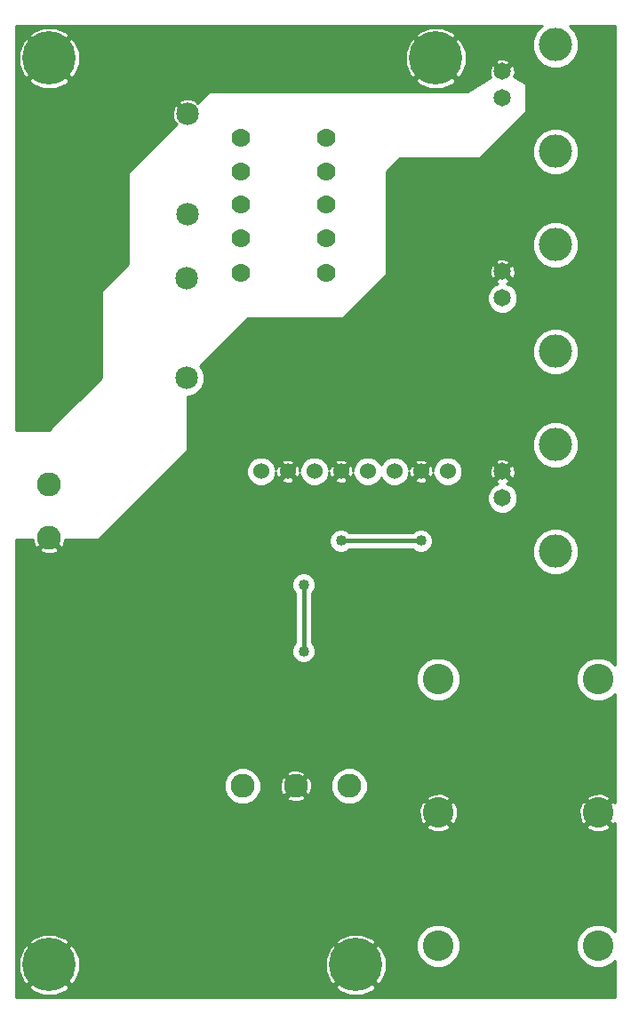
<source format=gbr>
G04 #@! TF.FileFunction,Copper,L2,Bot,Signal*
%FSLAX46Y46*%
G04 Gerber Fmt 4.6, Leading zero omitted, Abs format (unit mm)*
G04 Created by KiCad (PCBNEW (after 2015-mar-04 BZR unknown)-product) date 5/4/2015 11:29:17 AM*
%MOMM*%
G01*
G04 APERTURE LIST*
%ADD10C,0.101600*%
%ADD11C,5.080000*%
%ADD12C,2.286000*%
%ADD13C,2.159000*%
%ADD14C,1.778000*%
%ADD15C,3.175000*%
%ADD16C,1.651000*%
%ADD17C,1.524000*%
%ADD18C,2.921000*%
%ADD19C,1.016000*%
%ADD20C,0.381000*%
%ADD21C,0.254000*%
G04 APERTURE END LIST*
D10*
D11*
X66040000Y-29210000D03*
X29210000Y-29210000D03*
X58420000Y-115570000D03*
D12*
X29210000Y-69850000D03*
D11*
X29210000Y-115570000D03*
D12*
X29210000Y-74930000D03*
D13*
X42418000Y-34544000D03*
X42418000Y-44069000D03*
X42291000Y-50165000D03*
X42291000Y-59690000D03*
D14*
X47498000Y-36830000D03*
X55626000Y-36830000D03*
X47498000Y-40005000D03*
X55626000Y-40005000D03*
X55626000Y-43180000D03*
X47498000Y-43180000D03*
X55626000Y-46355000D03*
X47498000Y-46355000D03*
X55626000Y-49657000D03*
X47498000Y-49657000D03*
D15*
X77470000Y-38100000D03*
D16*
X72390000Y-33020000D03*
X72390000Y-30480000D03*
D15*
X77470000Y-27940000D03*
X77470000Y-57150000D03*
D16*
X72390000Y-52070000D03*
X72390000Y-49530000D03*
D15*
X77470000Y-46990000D03*
X77470000Y-76200000D03*
D16*
X72390000Y-71120000D03*
X72390000Y-68580000D03*
D15*
X77470000Y-66040000D03*
D17*
X49403000Y-68580000D03*
X51943000Y-68580000D03*
X54483000Y-68580000D03*
X57023000Y-68580000D03*
X59563000Y-68580000D03*
X62103000Y-68580000D03*
X64643000Y-68580000D03*
X67183000Y-68580000D03*
D12*
X47625000Y-98552000D03*
X52705000Y-98552000D03*
X57785000Y-98552000D03*
D18*
X81534000Y-88392000D03*
X66294000Y-88392000D03*
X81534000Y-101092000D03*
X66294000Y-101092000D03*
X81534000Y-113792000D03*
X66294000Y-113792000D03*
D19*
X61214000Y-84963000D03*
X61214000Y-90678000D03*
X70358000Y-78105000D03*
X57023000Y-75184000D03*
X64643000Y-75184000D03*
X53467000Y-85725000D03*
X53467000Y-79375000D03*
D20*
X64643000Y-75184000D02*
X57023000Y-75184000D01*
X53467000Y-85725000D02*
X53467000Y-85725000D01*
X53467000Y-85725000D02*
X53467000Y-85725000D01*
X53467000Y-85725000D02*
X53467000Y-79375000D01*
D21*
G36*
X83121500Y-118681500D02*
X73850753Y-118681500D01*
X73850753Y-70830763D01*
X73850753Y-51780763D01*
X73628874Y-51243774D01*
X73609405Y-51224270D01*
X73609405Y-49692145D01*
X73578633Y-49213156D01*
X73454533Y-48913552D01*
X73277249Y-48822357D01*
X73097643Y-49001962D01*
X73097643Y-48642751D01*
X73006448Y-48465467D01*
X72552145Y-48310595D01*
X72073156Y-48341367D01*
X71773552Y-48465467D01*
X71682357Y-48642751D01*
X72390000Y-49350395D01*
X73097643Y-48642751D01*
X73097643Y-49001962D01*
X72569605Y-49530000D01*
X73277249Y-50237643D01*
X73454533Y-50146448D01*
X73609405Y-49692145D01*
X73609405Y-51224270D01*
X73218387Y-50832570D01*
X72825566Y-50669456D01*
X73006448Y-50594533D01*
X73097643Y-50417249D01*
X72390000Y-49709605D01*
X72210395Y-49889210D01*
X72210395Y-49530000D01*
X71502751Y-48822357D01*
X71325467Y-48913552D01*
X71170595Y-49367855D01*
X71201367Y-49846844D01*
X71325467Y-50146448D01*
X71502751Y-50237643D01*
X72210395Y-49530000D01*
X72210395Y-49889210D01*
X71682357Y-50417249D01*
X71773552Y-50594533D01*
X71972353Y-50662304D01*
X71563774Y-50831126D01*
X71152570Y-51241613D01*
X70929754Y-51778214D01*
X70929247Y-52359237D01*
X71151126Y-52896226D01*
X71561613Y-53307430D01*
X72098214Y-53530246D01*
X72679237Y-53530753D01*
X73216226Y-53308874D01*
X73627430Y-52898387D01*
X73850246Y-52361786D01*
X73850753Y-51780763D01*
X73850753Y-70830763D01*
X73628874Y-70293774D01*
X73609405Y-70274270D01*
X73609405Y-68742145D01*
X73578633Y-68263156D01*
X73454533Y-67963552D01*
X73277249Y-67872357D01*
X73097643Y-68051962D01*
X73097643Y-67692751D01*
X73006448Y-67515467D01*
X72552145Y-67360595D01*
X72073156Y-67391367D01*
X71773552Y-67515467D01*
X71682357Y-67692751D01*
X72390000Y-68400395D01*
X73097643Y-67692751D01*
X73097643Y-68051962D01*
X72569605Y-68580000D01*
X73277249Y-69287643D01*
X73454533Y-69196448D01*
X73609405Y-68742145D01*
X73609405Y-70274270D01*
X73218387Y-69882570D01*
X72825566Y-69719456D01*
X73006448Y-69644533D01*
X73097643Y-69467249D01*
X72390000Y-68759605D01*
X72210395Y-68939210D01*
X72210395Y-68580000D01*
X71502751Y-67872357D01*
X71325467Y-67963552D01*
X71170595Y-68417855D01*
X71201367Y-68896844D01*
X71325467Y-69196448D01*
X71502751Y-69287643D01*
X72210395Y-68580000D01*
X72210395Y-68939210D01*
X71682357Y-69467249D01*
X71773552Y-69644533D01*
X71972353Y-69712304D01*
X71563774Y-69881126D01*
X71152570Y-70291613D01*
X70929754Y-70828214D01*
X70929247Y-71409237D01*
X71151126Y-71946226D01*
X71561613Y-72357430D01*
X72098214Y-72580246D01*
X72679237Y-72580753D01*
X73216226Y-72358874D01*
X73627430Y-71948387D01*
X73850246Y-71411786D01*
X73850753Y-70830763D01*
X73850753Y-118681500D01*
X68580242Y-118681500D01*
X68580242Y-68303339D01*
X68368010Y-67789697D01*
X67975370Y-67396371D01*
X67462100Y-67183243D01*
X66906339Y-67182758D01*
X66392697Y-67394990D01*
X65999371Y-67787630D01*
X65786243Y-68300900D01*
X65786033Y-68540513D01*
X65767322Y-68273343D01*
X65654856Y-68001824D01*
X65484160Y-67918445D01*
X65304555Y-68098050D01*
X65304555Y-67738840D01*
X65221176Y-67568144D01*
X64789945Y-67423909D01*
X64336343Y-67455678D01*
X64064824Y-67568144D01*
X63981445Y-67738840D01*
X64643000Y-68400395D01*
X65304555Y-67738840D01*
X65304555Y-68098050D01*
X64822605Y-68580000D01*
X65484160Y-69241555D01*
X65654856Y-69158176D01*
X65785836Y-68766572D01*
X65785758Y-68856661D01*
X65997990Y-69370303D01*
X66390630Y-69763629D01*
X66903900Y-69976757D01*
X67459661Y-69977242D01*
X67973303Y-69765010D01*
X68366629Y-69372370D01*
X68579757Y-68859100D01*
X68580242Y-68303339D01*
X68580242Y-118681500D01*
X68389863Y-118681500D01*
X68389863Y-113377008D01*
X68389863Y-87977008D01*
X68071514Y-87206545D01*
X67482555Y-86616558D01*
X66712649Y-86296865D01*
X65879008Y-86296137D01*
X65786198Y-86334485D01*
X65786198Y-74957641D01*
X65612554Y-74537388D01*
X65304555Y-74228852D01*
X65304555Y-69421160D01*
X64643000Y-68759605D01*
X64463395Y-68939210D01*
X64463395Y-68580000D01*
X63801840Y-67918445D01*
X63631144Y-68001824D01*
X63500163Y-68393427D01*
X63500242Y-68303339D01*
X63288010Y-67789697D01*
X62895370Y-67396371D01*
X62382100Y-67183243D01*
X61826339Y-67182758D01*
X61312697Y-67394990D01*
X60919371Y-67787630D01*
X60833050Y-67995512D01*
X60748010Y-67789697D01*
X60355370Y-67396371D01*
X59842100Y-67183243D01*
X59286339Y-67182758D01*
X58772697Y-67394990D01*
X58379371Y-67787630D01*
X58166243Y-68300900D01*
X58166033Y-68540513D01*
X58147322Y-68273343D01*
X58034856Y-68001824D01*
X57864160Y-67918445D01*
X57684555Y-68098050D01*
X57684555Y-67738840D01*
X57601176Y-67568144D01*
X57169945Y-67423909D01*
X56716343Y-67455678D01*
X56444824Y-67568144D01*
X56361445Y-67738840D01*
X57023000Y-68400395D01*
X57684555Y-67738840D01*
X57684555Y-68098050D01*
X57202605Y-68580000D01*
X57864160Y-69241555D01*
X58034856Y-69158176D01*
X58165836Y-68766572D01*
X58165758Y-68856661D01*
X58377990Y-69370303D01*
X58770630Y-69763629D01*
X59283900Y-69976757D01*
X59839661Y-69977242D01*
X60353303Y-69765010D01*
X60746629Y-69372370D01*
X60832949Y-69164487D01*
X60917990Y-69370303D01*
X61310630Y-69763629D01*
X61823900Y-69976757D01*
X62379661Y-69977242D01*
X62893303Y-69765010D01*
X63286629Y-69372370D01*
X63499757Y-68859100D01*
X63499966Y-68619486D01*
X63518678Y-68886657D01*
X63631144Y-69158176D01*
X63801840Y-69241555D01*
X64463395Y-68580000D01*
X64463395Y-68939210D01*
X63981445Y-69421160D01*
X64064824Y-69591856D01*
X64496055Y-69736091D01*
X64949657Y-69704322D01*
X65221176Y-69591856D01*
X65304555Y-69421160D01*
X65304555Y-74228852D01*
X65291303Y-74215577D01*
X64871354Y-74041199D01*
X64416641Y-74040802D01*
X63996388Y-74214446D01*
X63852082Y-74358500D01*
X57813977Y-74358500D01*
X57684555Y-74228852D01*
X57684555Y-69421160D01*
X57023000Y-68759605D01*
X56843395Y-68939210D01*
X56843395Y-68580000D01*
X56181840Y-67918445D01*
X56011144Y-68001824D01*
X55880163Y-68393427D01*
X55880242Y-68303339D01*
X55668010Y-67789697D01*
X55275370Y-67396371D01*
X54762100Y-67183243D01*
X54206339Y-67182758D01*
X53692697Y-67394990D01*
X53299371Y-67787630D01*
X53086243Y-68300900D01*
X53086033Y-68540513D01*
X53067322Y-68273343D01*
X52954856Y-68001824D01*
X52784160Y-67918445D01*
X52604555Y-68098050D01*
X52604555Y-67738840D01*
X52521176Y-67568144D01*
X52089945Y-67423909D01*
X51636343Y-67455678D01*
X51364824Y-67568144D01*
X51281445Y-67738840D01*
X51943000Y-68400395D01*
X52604555Y-67738840D01*
X52604555Y-68098050D01*
X52122605Y-68580000D01*
X52784160Y-69241555D01*
X52954856Y-69158176D01*
X53085836Y-68766572D01*
X53085758Y-68856661D01*
X53297990Y-69370303D01*
X53690630Y-69763629D01*
X54203900Y-69976757D01*
X54759661Y-69977242D01*
X55273303Y-69765010D01*
X55666629Y-69372370D01*
X55879757Y-68859100D01*
X55879966Y-68619486D01*
X55898678Y-68886657D01*
X56011144Y-69158176D01*
X56181840Y-69241555D01*
X56843395Y-68580000D01*
X56843395Y-68939210D01*
X56361445Y-69421160D01*
X56444824Y-69591856D01*
X56876055Y-69736091D01*
X57329657Y-69704322D01*
X57601176Y-69591856D01*
X57684555Y-69421160D01*
X57684555Y-74228852D01*
X57671303Y-74215577D01*
X57251354Y-74041199D01*
X56796641Y-74040802D01*
X56376388Y-74214446D01*
X56054577Y-74535697D01*
X55880199Y-74955646D01*
X55879802Y-75410359D01*
X56053446Y-75830612D01*
X56374697Y-76152423D01*
X56794646Y-76326801D01*
X57249359Y-76327198D01*
X57669612Y-76153554D01*
X57813917Y-76009500D01*
X63852022Y-76009500D01*
X63994697Y-76152423D01*
X64414646Y-76326801D01*
X64869359Y-76327198D01*
X65289612Y-76153554D01*
X65611423Y-75832303D01*
X65785801Y-75412354D01*
X65786198Y-74957641D01*
X65786198Y-86334485D01*
X65108545Y-86614486D01*
X64518558Y-87203445D01*
X64198865Y-87973351D01*
X64198137Y-88806992D01*
X64516486Y-89577455D01*
X65105445Y-90167442D01*
X65875351Y-90487135D01*
X66708992Y-90487863D01*
X67479455Y-90169514D01*
X68069442Y-89580555D01*
X68389135Y-88810649D01*
X68389863Y-87977008D01*
X68389863Y-113377008D01*
X68145166Y-112784796D01*
X68145166Y-101405817D01*
X68124347Y-100673518D01*
X67884162Y-100093661D01*
X67640895Y-99924710D01*
X67461290Y-100104315D01*
X67461290Y-99745105D01*
X67292339Y-99501838D01*
X66607817Y-99240834D01*
X65875518Y-99261653D01*
X65295661Y-99501838D01*
X65126710Y-99745105D01*
X66294000Y-100912395D01*
X67461290Y-99745105D01*
X67461290Y-100104315D01*
X66473605Y-101092000D01*
X67640895Y-102259290D01*
X67884162Y-102090339D01*
X68145166Y-101405817D01*
X68145166Y-112784796D01*
X68071514Y-112606545D01*
X67482555Y-112016558D01*
X67461290Y-112007727D01*
X67461290Y-102438895D01*
X66294000Y-101271605D01*
X66114395Y-101451210D01*
X66114395Y-101092000D01*
X64947105Y-99924710D01*
X64703838Y-100093661D01*
X64442834Y-100778183D01*
X64463653Y-101510482D01*
X64703838Y-102090339D01*
X64947105Y-102259290D01*
X66114395Y-101092000D01*
X66114395Y-101451210D01*
X65126710Y-102438895D01*
X65295661Y-102682162D01*
X65980183Y-102943166D01*
X66712482Y-102922347D01*
X67292339Y-102682162D01*
X67461290Y-102438895D01*
X67461290Y-112007727D01*
X66712649Y-111696865D01*
X65879008Y-111696137D01*
X65108545Y-112014486D01*
X64518558Y-112603445D01*
X64198865Y-113373351D01*
X64198137Y-114206992D01*
X64516486Y-114977455D01*
X65105445Y-115567442D01*
X65875351Y-115887135D01*
X66708992Y-115887863D01*
X67479455Y-115569514D01*
X68069442Y-114980555D01*
X68389135Y-114210649D01*
X68389863Y-113377008D01*
X68389863Y-118681500D01*
X61342951Y-118681500D01*
X61342951Y-116141129D01*
X61339017Y-114979090D01*
X60901892Y-113923780D01*
X60546395Y-113623210D01*
X60366790Y-113802815D01*
X60366790Y-113443605D01*
X60066220Y-113088108D01*
X59563308Y-112881786D01*
X59563308Y-98199886D01*
X59293194Y-97546160D01*
X58793471Y-97045564D01*
X58140218Y-96774309D01*
X57432886Y-96773692D01*
X56779160Y-97043806D01*
X56278564Y-97543529D01*
X56007309Y-98196782D01*
X56006692Y-98904114D01*
X56276806Y-99557840D01*
X56776529Y-100058436D01*
X57429782Y-100329691D01*
X58137114Y-100330308D01*
X58790840Y-100060194D01*
X59291436Y-99560471D01*
X59562691Y-98907218D01*
X59563308Y-98199886D01*
X59563308Y-112881786D01*
X58991129Y-112647049D01*
X57829090Y-112650983D01*
X56773780Y-113088108D01*
X56473210Y-113443605D01*
X58420000Y-115390395D01*
X60366790Y-113443605D01*
X60366790Y-113802815D01*
X58599605Y-115570000D01*
X60546395Y-117516790D01*
X60901892Y-117216220D01*
X61342951Y-116141129D01*
X61342951Y-118681500D01*
X60366790Y-118681500D01*
X60366790Y-117696395D01*
X58420000Y-115749605D01*
X58240395Y-115929210D01*
X58240395Y-115570000D01*
X56293605Y-113623210D01*
X55938108Y-113923780D01*
X55497049Y-114998871D01*
X55500983Y-116160910D01*
X55938108Y-117216220D01*
X56293605Y-117516790D01*
X58240395Y-115570000D01*
X58240395Y-115929210D01*
X56473210Y-117696395D01*
X56773780Y-118051892D01*
X57848871Y-118492951D01*
X59010910Y-118489017D01*
X60066220Y-118051892D01*
X60366790Y-117696395D01*
X60366790Y-118681500D01*
X54610198Y-118681500D01*
X54610198Y-85498641D01*
X54436554Y-85078388D01*
X54292500Y-84934082D01*
X54292500Y-80165977D01*
X54435423Y-80023303D01*
X54609801Y-79603354D01*
X54610198Y-79148641D01*
X54436554Y-78728388D01*
X54115303Y-78406577D01*
X53695354Y-78232199D01*
X53240641Y-78231802D01*
X52820388Y-78405446D01*
X52604555Y-78620903D01*
X52604555Y-69421160D01*
X51943000Y-68759605D01*
X51763395Y-68939210D01*
X51763395Y-68580000D01*
X51101840Y-67918445D01*
X50931144Y-68001824D01*
X50800163Y-68393427D01*
X50800242Y-68303339D01*
X50588010Y-67789697D01*
X50195370Y-67396371D01*
X49682100Y-67183243D01*
X49126339Y-67182758D01*
X48612697Y-67394990D01*
X48219371Y-67787630D01*
X48006243Y-68300900D01*
X48005758Y-68856661D01*
X48217990Y-69370303D01*
X48610630Y-69763629D01*
X49123900Y-69976757D01*
X49679661Y-69977242D01*
X50193303Y-69765010D01*
X50586629Y-69372370D01*
X50799757Y-68859100D01*
X50799966Y-68619486D01*
X50818678Y-68886657D01*
X50931144Y-69158176D01*
X51101840Y-69241555D01*
X51763395Y-68580000D01*
X51763395Y-68939210D01*
X51281445Y-69421160D01*
X51364824Y-69591856D01*
X51796055Y-69736091D01*
X52249657Y-69704322D01*
X52521176Y-69591856D01*
X52604555Y-69421160D01*
X52604555Y-78620903D01*
X52498577Y-78726697D01*
X52324199Y-79146646D01*
X52323802Y-79601359D01*
X52497446Y-80021612D01*
X52641500Y-80165917D01*
X52641500Y-84934022D01*
X52498577Y-85076697D01*
X52324199Y-85496646D01*
X52323802Y-85951359D01*
X52497446Y-86371612D01*
X52818697Y-86693423D01*
X53238646Y-86867801D01*
X53693359Y-86868198D01*
X54113612Y-86694554D01*
X54435423Y-86373303D01*
X54609801Y-85953354D01*
X54610198Y-85498641D01*
X54610198Y-118681500D01*
X54240516Y-118681500D01*
X54240516Y-98790035D01*
X54214723Y-98184300D01*
X54032539Y-97744467D01*
X53822277Y-97614328D01*
X53642672Y-97793933D01*
X53642672Y-97434723D01*
X53512533Y-97224461D01*
X52943035Y-97016484D01*
X52337300Y-97042277D01*
X51897467Y-97224461D01*
X51767328Y-97434723D01*
X52705000Y-98372395D01*
X53642672Y-97434723D01*
X53642672Y-97793933D01*
X52884605Y-98552000D01*
X53822277Y-99489672D01*
X54032539Y-99359533D01*
X54240516Y-98790035D01*
X54240516Y-118681500D01*
X53642672Y-118681500D01*
X53642672Y-99669277D01*
X52705000Y-98731605D01*
X52525395Y-98911210D01*
X52525395Y-98552000D01*
X51587723Y-97614328D01*
X51377461Y-97744467D01*
X51169484Y-98313965D01*
X51195277Y-98919700D01*
X51377461Y-99359533D01*
X51587723Y-99489672D01*
X52525395Y-98552000D01*
X52525395Y-98911210D01*
X51767328Y-99669277D01*
X51897467Y-99879539D01*
X52466965Y-100087516D01*
X53072700Y-100061723D01*
X53512533Y-99879539D01*
X53642672Y-99669277D01*
X53642672Y-118681500D01*
X49403308Y-118681500D01*
X49403308Y-98199886D01*
X49133194Y-97546160D01*
X48633471Y-97045564D01*
X47980218Y-96774309D01*
X47272886Y-96773692D01*
X46619160Y-97043806D01*
X46118564Y-97543529D01*
X45847309Y-98196782D01*
X45846692Y-98904114D01*
X46116806Y-99557840D01*
X46616529Y-100058436D01*
X47269782Y-100329691D01*
X47977114Y-100330308D01*
X48630840Y-100060194D01*
X49131436Y-99560471D01*
X49402691Y-98907218D01*
X49403308Y-98199886D01*
X49403308Y-118681500D01*
X32132951Y-118681500D01*
X32132951Y-116141129D01*
X32129017Y-114979090D01*
X31691892Y-113923780D01*
X31336395Y-113623210D01*
X31156790Y-113802815D01*
X31156790Y-113443605D01*
X30856220Y-113088108D01*
X30147672Y-112797424D01*
X30147672Y-76047277D01*
X29210000Y-75109605D01*
X28272328Y-76047277D01*
X28402467Y-76257539D01*
X28971965Y-76465516D01*
X29577700Y-76439723D01*
X30017533Y-76257539D01*
X30147672Y-76047277D01*
X30147672Y-112797424D01*
X29781129Y-112647049D01*
X28619090Y-112650983D01*
X27563780Y-113088108D01*
X27263210Y-113443605D01*
X29210000Y-115390395D01*
X31156790Y-113443605D01*
X31156790Y-113802815D01*
X29389605Y-115570000D01*
X31336395Y-117516790D01*
X31691892Y-117216220D01*
X32132951Y-116141129D01*
X32132951Y-118681500D01*
X31156790Y-118681500D01*
X31156790Y-117696395D01*
X29210000Y-115749605D01*
X29030395Y-115929210D01*
X29030395Y-115570000D01*
X27083605Y-113623210D01*
X26728108Y-113923780D01*
X26287049Y-114998871D01*
X26290983Y-116160910D01*
X26728108Y-117216220D01*
X27083605Y-117516790D01*
X29030395Y-115570000D01*
X29030395Y-115929210D01*
X27263210Y-117696395D01*
X27563780Y-118051892D01*
X28638871Y-118492951D01*
X29800910Y-118489017D01*
X30856220Y-118051892D01*
X31156790Y-117696395D01*
X31156790Y-118681500D01*
X26098500Y-118681500D01*
X26098500Y-75057000D01*
X27690027Y-75057000D01*
X27700277Y-75297700D01*
X27882461Y-75737533D01*
X28092723Y-75867672D01*
X28903395Y-75057000D01*
X29516604Y-75057000D01*
X30327277Y-75867672D01*
X30537539Y-75737533D01*
X30745516Y-75168035D01*
X30740787Y-75057000D01*
X33961605Y-75057000D01*
X42418000Y-66600605D01*
X42418000Y-61404611D01*
X42630539Y-61404797D01*
X43260917Y-61144330D01*
X43743635Y-60662454D01*
X44005202Y-60032531D01*
X44005797Y-59350461D01*
X43745330Y-58720083D01*
X43593059Y-58567545D01*
X48185605Y-53975000D01*
X57202605Y-53975000D01*
X61341000Y-49836605D01*
X61341000Y-40057605D01*
X62663605Y-38735000D01*
X70283605Y-38735000D01*
X74676000Y-34342605D01*
X74676000Y-31677363D01*
X73493604Y-30981835D01*
X73609405Y-30642145D01*
X73578633Y-30163156D01*
X73454533Y-29863552D01*
X73277249Y-29772357D01*
X73097643Y-29951962D01*
X73097643Y-29592751D01*
X73006448Y-29415467D01*
X72552145Y-29260595D01*
X72073156Y-29291367D01*
X71773552Y-29415467D01*
X71682357Y-29592751D01*
X72390000Y-30300395D01*
X73097643Y-29592751D01*
X73097643Y-29951962D01*
X72595856Y-30453748D01*
X72388523Y-30331788D01*
X72186502Y-30456108D01*
X71502751Y-29772357D01*
X71325467Y-29863552D01*
X71170595Y-30317855D01*
X71201367Y-30796844D01*
X71289002Y-31008415D01*
X69052054Y-32385000D01*
X68962951Y-32385000D01*
X68962951Y-29781129D01*
X68959017Y-28619090D01*
X68521892Y-27563780D01*
X68166395Y-27263210D01*
X67986790Y-27442815D01*
X67986790Y-27083605D01*
X67686220Y-26728108D01*
X66611129Y-26287049D01*
X65449090Y-26290983D01*
X64393780Y-26728108D01*
X64093210Y-27083605D01*
X66040000Y-29030395D01*
X67986790Y-27083605D01*
X67986790Y-27442815D01*
X66219605Y-29210000D01*
X68166395Y-31156790D01*
X68521892Y-30856220D01*
X68962951Y-29781129D01*
X68962951Y-32385000D01*
X67986790Y-32385000D01*
X67986790Y-31336395D01*
X66040000Y-29389605D01*
X65860395Y-29569210D01*
X65860395Y-29210000D01*
X63913605Y-27263210D01*
X63558108Y-27563780D01*
X63117049Y-28638871D01*
X63120983Y-29800910D01*
X63558108Y-30856220D01*
X63913605Y-31156790D01*
X65860395Y-29210000D01*
X65860395Y-29569210D01*
X64093210Y-31336395D01*
X64393780Y-31691892D01*
X65468871Y-32132951D01*
X66630910Y-32129017D01*
X67686220Y-31691892D01*
X67986790Y-31336395D01*
X67986790Y-32385000D01*
X44397395Y-32385000D01*
X43379399Y-33402993D01*
X43309706Y-33472685D01*
X43187344Y-33269024D01*
X42640869Y-33071660D01*
X42060465Y-33098447D01*
X41648656Y-33269024D01*
X41526292Y-33472687D01*
X42417999Y-34364394D01*
X42328197Y-34454197D01*
X42238394Y-34543999D01*
X41346687Y-33652292D01*
X41143024Y-33774656D01*
X40945660Y-34321131D01*
X40972447Y-34901535D01*
X41143024Y-35313344D01*
X41346685Y-35435706D01*
X41276993Y-35505399D01*
X36703000Y-40079395D01*
X36703000Y-48842395D01*
X34163000Y-51382395D01*
X34163000Y-59637395D01*
X32132951Y-61667444D01*
X32132951Y-29781129D01*
X32129017Y-28619090D01*
X31691892Y-27563780D01*
X31336395Y-27263210D01*
X31156790Y-27442815D01*
X31156790Y-27083605D01*
X30856220Y-26728108D01*
X29781129Y-26287049D01*
X28619090Y-26290983D01*
X27563780Y-26728108D01*
X27263210Y-27083605D01*
X29210000Y-29030395D01*
X31156790Y-27083605D01*
X31156790Y-27442815D01*
X29389605Y-29210000D01*
X31336395Y-31156790D01*
X31691892Y-30856220D01*
X32132951Y-29781129D01*
X32132951Y-61667444D01*
X31156790Y-62643605D01*
X31156790Y-31336395D01*
X29210000Y-29389605D01*
X29030395Y-29569210D01*
X29030395Y-29210000D01*
X27083605Y-27263210D01*
X26728108Y-27563780D01*
X26287049Y-28638871D01*
X26290983Y-29800910D01*
X26728108Y-30856220D01*
X27083605Y-31156790D01*
X29030395Y-29210000D01*
X29030395Y-29569210D01*
X27263210Y-31336395D01*
X27563780Y-31691892D01*
X28638871Y-32132951D01*
X29800910Y-32129017D01*
X30856220Y-31691892D01*
X31156790Y-31336395D01*
X31156790Y-62643605D01*
X29157395Y-64643000D01*
X26098500Y-64643000D01*
X26098500Y-26098500D01*
X76168881Y-26098500D01*
X75586955Y-26679411D01*
X75247887Y-27495978D01*
X75247115Y-28380143D01*
X75584758Y-29197300D01*
X76209411Y-29823045D01*
X77025978Y-30162113D01*
X77910143Y-30162885D01*
X78727300Y-29825242D01*
X79353045Y-29200589D01*
X79692113Y-28384022D01*
X79692885Y-27499857D01*
X79355242Y-26682700D01*
X78772061Y-26098500D01*
X83121500Y-26098500D01*
X83121500Y-87016199D01*
X82722555Y-86616558D01*
X81952649Y-86296865D01*
X81119008Y-86296137D01*
X80348545Y-86614486D01*
X79758558Y-87203445D01*
X79692885Y-87361603D01*
X79692885Y-75759857D01*
X79692885Y-65599857D01*
X79692885Y-56709857D01*
X79692885Y-46549857D01*
X79692885Y-37659857D01*
X79355242Y-36842700D01*
X78730589Y-36216955D01*
X77914022Y-35877887D01*
X77029857Y-35877115D01*
X76212700Y-36214758D01*
X75586955Y-36839411D01*
X75247887Y-37655978D01*
X75247115Y-38540143D01*
X75584758Y-39357300D01*
X76209411Y-39983045D01*
X77025978Y-40322113D01*
X77910143Y-40322885D01*
X78727300Y-39985242D01*
X79353045Y-39360589D01*
X79692113Y-38544022D01*
X79692885Y-37659857D01*
X79692885Y-46549857D01*
X79355242Y-45732700D01*
X78730589Y-45106955D01*
X77914022Y-44767887D01*
X77029857Y-44767115D01*
X76212700Y-45104758D01*
X75586955Y-45729411D01*
X75247887Y-46545978D01*
X75247115Y-47430143D01*
X75584758Y-48247300D01*
X76209411Y-48873045D01*
X77025978Y-49212113D01*
X77910143Y-49212885D01*
X78727300Y-48875242D01*
X79353045Y-48250589D01*
X79692113Y-47434022D01*
X79692885Y-46549857D01*
X79692885Y-56709857D01*
X79355242Y-55892700D01*
X78730589Y-55266955D01*
X77914022Y-54927887D01*
X77029857Y-54927115D01*
X76212700Y-55264758D01*
X75586955Y-55889411D01*
X75247887Y-56705978D01*
X75247115Y-57590143D01*
X75584758Y-58407300D01*
X76209411Y-59033045D01*
X77025978Y-59372113D01*
X77910143Y-59372885D01*
X78727300Y-59035242D01*
X79353045Y-58410589D01*
X79692113Y-57594022D01*
X79692885Y-56709857D01*
X79692885Y-65599857D01*
X79355242Y-64782700D01*
X78730589Y-64156955D01*
X77914022Y-63817887D01*
X77029857Y-63817115D01*
X76212700Y-64154758D01*
X75586955Y-64779411D01*
X75247887Y-65595978D01*
X75247115Y-66480143D01*
X75584758Y-67297300D01*
X76209411Y-67923045D01*
X77025978Y-68262113D01*
X77910143Y-68262885D01*
X78727300Y-67925242D01*
X79353045Y-67300589D01*
X79692113Y-66484022D01*
X79692885Y-65599857D01*
X79692885Y-75759857D01*
X79355242Y-74942700D01*
X78730589Y-74316955D01*
X77914022Y-73977887D01*
X77029857Y-73977115D01*
X76212700Y-74314758D01*
X75586955Y-74939411D01*
X75247887Y-75755978D01*
X75247115Y-76640143D01*
X75584758Y-77457300D01*
X76209411Y-78083045D01*
X77025978Y-78422113D01*
X77910143Y-78422885D01*
X78727300Y-78085242D01*
X79353045Y-77460589D01*
X79692113Y-76644022D01*
X79692885Y-75759857D01*
X79692885Y-87361603D01*
X79438865Y-87973351D01*
X79438137Y-88806992D01*
X79756486Y-89577455D01*
X80345445Y-90167442D01*
X81115351Y-90487135D01*
X81948992Y-90487863D01*
X82719455Y-90169514D01*
X83121500Y-89768169D01*
X83121500Y-100091812D01*
X82880895Y-99924710D01*
X82701290Y-100104315D01*
X82701290Y-99745105D01*
X82532339Y-99501838D01*
X81847817Y-99240834D01*
X81115518Y-99261653D01*
X80535661Y-99501838D01*
X80366710Y-99745105D01*
X81534000Y-100912395D01*
X82701290Y-99745105D01*
X82701290Y-100104315D01*
X81713605Y-101092000D01*
X82880895Y-102259290D01*
X83121500Y-102092187D01*
X83121500Y-112416199D01*
X82722555Y-112016558D01*
X82701290Y-112007727D01*
X82701290Y-102438895D01*
X81534000Y-101271605D01*
X81354395Y-101451210D01*
X81354395Y-101092000D01*
X80187105Y-99924710D01*
X79943838Y-100093661D01*
X79682834Y-100778183D01*
X79703653Y-101510482D01*
X79943838Y-102090339D01*
X80187105Y-102259290D01*
X81354395Y-101092000D01*
X81354395Y-101451210D01*
X80366710Y-102438895D01*
X80535661Y-102682162D01*
X81220183Y-102943166D01*
X81952482Y-102922347D01*
X82532339Y-102682162D01*
X82701290Y-102438895D01*
X82701290Y-112007727D01*
X81952649Y-111696865D01*
X81119008Y-111696137D01*
X80348545Y-112014486D01*
X79758558Y-112603445D01*
X79438865Y-113373351D01*
X79438137Y-114206992D01*
X79756486Y-114977455D01*
X80345445Y-115567442D01*
X81115351Y-115887135D01*
X81948992Y-115887863D01*
X82719455Y-115569514D01*
X83121500Y-115168169D01*
X83121500Y-118681500D01*
X83121500Y-118681500D01*
G37*
X83121500Y-118681500D02*
X73850753Y-118681500D01*
X73850753Y-70830763D01*
X73850753Y-51780763D01*
X73628874Y-51243774D01*
X73609405Y-51224270D01*
X73609405Y-49692145D01*
X73578633Y-49213156D01*
X73454533Y-48913552D01*
X73277249Y-48822357D01*
X73097643Y-49001962D01*
X73097643Y-48642751D01*
X73006448Y-48465467D01*
X72552145Y-48310595D01*
X72073156Y-48341367D01*
X71773552Y-48465467D01*
X71682357Y-48642751D01*
X72390000Y-49350395D01*
X73097643Y-48642751D01*
X73097643Y-49001962D01*
X72569605Y-49530000D01*
X73277249Y-50237643D01*
X73454533Y-50146448D01*
X73609405Y-49692145D01*
X73609405Y-51224270D01*
X73218387Y-50832570D01*
X72825566Y-50669456D01*
X73006448Y-50594533D01*
X73097643Y-50417249D01*
X72390000Y-49709605D01*
X72210395Y-49889210D01*
X72210395Y-49530000D01*
X71502751Y-48822357D01*
X71325467Y-48913552D01*
X71170595Y-49367855D01*
X71201367Y-49846844D01*
X71325467Y-50146448D01*
X71502751Y-50237643D01*
X72210395Y-49530000D01*
X72210395Y-49889210D01*
X71682357Y-50417249D01*
X71773552Y-50594533D01*
X71972353Y-50662304D01*
X71563774Y-50831126D01*
X71152570Y-51241613D01*
X70929754Y-51778214D01*
X70929247Y-52359237D01*
X71151126Y-52896226D01*
X71561613Y-53307430D01*
X72098214Y-53530246D01*
X72679237Y-53530753D01*
X73216226Y-53308874D01*
X73627430Y-52898387D01*
X73850246Y-52361786D01*
X73850753Y-51780763D01*
X73850753Y-70830763D01*
X73628874Y-70293774D01*
X73609405Y-70274270D01*
X73609405Y-68742145D01*
X73578633Y-68263156D01*
X73454533Y-67963552D01*
X73277249Y-67872357D01*
X73097643Y-68051962D01*
X73097643Y-67692751D01*
X73006448Y-67515467D01*
X72552145Y-67360595D01*
X72073156Y-67391367D01*
X71773552Y-67515467D01*
X71682357Y-67692751D01*
X72390000Y-68400395D01*
X73097643Y-67692751D01*
X73097643Y-68051962D01*
X72569605Y-68580000D01*
X73277249Y-69287643D01*
X73454533Y-69196448D01*
X73609405Y-68742145D01*
X73609405Y-70274270D01*
X73218387Y-69882570D01*
X72825566Y-69719456D01*
X73006448Y-69644533D01*
X73097643Y-69467249D01*
X72390000Y-68759605D01*
X72210395Y-68939210D01*
X72210395Y-68580000D01*
X71502751Y-67872357D01*
X71325467Y-67963552D01*
X71170595Y-68417855D01*
X71201367Y-68896844D01*
X71325467Y-69196448D01*
X71502751Y-69287643D01*
X72210395Y-68580000D01*
X72210395Y-68939210D01*
X71682357Y-69467249D01*
X71773552Y-69644533D01*
X71972353Y-69712304D01*
X71563774Y-69881126D01*
X71152570Y-70291613D01*
X70929754Y-70828214D01*
X70929247Y-71409237D01*
X71151126Y-71946226D01*
X71561613Y-72357430D01*
X72098214Y-72580246D01*
X72679237Y-72580753D01*
X73216226Y-72358874D01*
X73627430Y-71948387D01*
X73850246Y-71411786D01*
X73850753Y-70830763D01*
X73850753Y-118681500D01*
X68580242Y-118681500D01*
X68580242Y-68303339D01*
X68368010Y-67789697D01*
X67975370Y-67396371D01*
X67462100Y-67183243D01*
X66906339Y-67182758D01*
X66392697Y-67394990D01*
X65999371Y-67787630D01*
X65786243Y-68300900D01*
X65786033Y-68540513D01*
X65767322Y-68273343D01*
X65654856Y-68001824D01*
X65484160Y-67918445D01*
X65304555Y-68098050D01*
X65304555Y-67738840D01*
X65221176Y-67568144D01*
X64789945Y-67423909D01*
X64336343Y-67455678D01*
X64064824Y-67568144D01*
X63981445Y-67738840D01*
X64643000Y-68400395D01*
X65304555Y-67738840D01*
X65304555Y-68098050D01*
X64822605Y-68580000D01*
X65484160Y-69241555D01*
X65654856Y-69158176D01*
X65785836Y-68766572D01*
X65785758Y-68856661D01*
X65997990Y-69370303D01*
X66390630Y-69763629D01*
X66903900Y-69976757D01*
X67459661Y-69977242D01*
X67973303Y-69765010D01*
X68366629Y-69372370D01*
X68579757Y-68859100D01*
X68580242Y-68303339D01*
X68580242Y-118681500D01*
X68389863Y-118681500D01*
X68389863Y-113377008D01*
X68389863Y-87977008D01*
X68071514Y-87206545D01*
X67482555Y-86616558D01*
X66712649Y-86296865D01*
X65879008Y-86296137D01*
X65786198Y-86334485D01*
X65786198Y-74957641D01*
X65612554Y-74537388D01*
X65304555Y-74228852D01*
X65304555Y-69421160D01*
X64643000Y-68759605D01*
X64463395Y-68939210D01*
X64463395Y-68580000D01*
X63801840Y-67918445D01*
X63631144Y-68001824D01*
X63500163Y-68393427D01*
X63500242Y-68303339D01*
X63288010Y-67789697D01*
X62895370Y-67396371D01*
X62382100Y-67183243D01*
X61826339Y-67182758D01*
X61312697Y-67394990D01*
X60919371Y-67787630D01*
X60833050Y-67995512D01*
X60748010Y-67789697D01*
X60355370Y-67396371D01*
X59842100Y-67183243D01*
X59286339Y-67182758D01*
X58772697Y-67394990D01*
X58379371Y-67787630D01*
X58166243Y-68300900D01*
X58166033Y-68540513D01*
X58147322Y-68273343D01*
X58034856Y-68001824D01*
X57864160Y-67918445D01*
X57684555Y-68098050D01*
X57684555Y-67738840D01*
X57601176Y-67568144D01*
X57169945Y-67423909D01*
X56716343Y-67455678D01*
X56444824Y-67568144D01*
X56361445Y-67738840D01*
X57023000Y-68400395D01*
X57684555Y-67738840D01*
X57684555Y-68098050D01*
X57202605Y-68580000D01*
X57864160Y-69241555D01*
X58034856Y-69158176D01*
X58165836Y-68766572D01*
X58165758Y-68856661D01*
X58377990Y-69370303D01*
X58770630Y-69763629D01*
X59283900Y-69976757D01*
X59839661Y-69977242D01*
X60353303Y-69765010D01*
X60746629Y-69372370D01*
X60832949Y-69164487D01*
X60917990Y-69370303D01*
X61310630Y-69763629D01*
X61823900Y-69976757D01*
X62379661Y-69977242D01*
X62893303Y-69765010D01*
X63286629Y-69372370D01*
X63499757Y-68859100D01*
X63499966Y-68619486D01*
X63518678Y-68886657D01*
X63631144Y-69158176D01*
X63801840Y-69241555D01*
X64463395Y-68580000D01*
X64463395Y-68939210D01*
X63981445Y-69421160D01*
X64064824Y-69591856D01*
X64496055Y-69736091D01*
X64949657Y-69704322D01*
X65221176Y-69591856D01*
X65304555Y-69421160D01*
X65304555Y-74228852D01*
X65291303Y-74215577D01*
X64871354Y-74041199D01*
X64416641Y-74040802D01*
X63996388Y-74214446D01*
X63852082Y-74358500D01*
X57813977Y-74358500D01*
X57684555Y-74228852D01*
X57684555Y-69421160D01*
X57023000Y-68759605D01*
X56843395Y-68939210D01*
X56843395Y-68580000D01*
X56181840Y-67918445D01*
X56011144Y-68001824D01*
X55880163Y-68393427D01*
X55880242Y-68303339D01*
X55668010Y-67789697D01*
X55275370Y-67396371D01*
X54762100Y-67183243D01*
X54206339Y-67182758D01*
X53692697Y-67394990D01*
X53299371Y-67787630D01*
X53086243Y-68300900D01*
X53086033Y-68540513D01*
X53067322Y-68273343D01*
X52954856Y-68001824D01*
X52784160Y-67918445D01*
X52604555Y-68098050D01*
X52604555Y-67738840D01*
X52521176Y-67568144D01*
X52089945Y-67423909D01*
X51636343Y-67455678D01*
X51364824Y-67568144D01*
X51281445Y-67738840D01*
X51943000Y-68400395D01*
X52604555Y-67738840D01*
X52604555Y-68098050D01*
X52122605Y-68580000D01*
X52784160Y-69241555D01*
X52954856Y-69158176D01*
X53085836Y-68766572D01*
X53085758Y-68856661D01*
X53297990Y-69370303D01*
X53690630Y-69763629D01*
X54203900Y-69976757D01*
X54759661Y-69977242D01*
X55273303Y-69765010D01*
X55666629Y-69372370D01*
X55879757Y-68859100D01*
X55879966Y-68619486D01*
X55898678Y-68886657D01*
X56011144Y-69158176D01*
X56181840Y-69241555D01*
X56843395Y-68580000D01*
X56843395Y-68939210D01*
X56361445Y-69421160D01*
X56444824Y-69591856D01*
X56876055Y-69736091D01*
X57329657Y-69704322D01*
X57601176Y-69591856D01*
X57684555Y-69421160D01*
X57684555Y-74228852D01*
X57671303Y-74215577D01*
X57251354Y-74041199D01*
X56796641Y-74040802D01*
X56376388Y-74214446D01*
X56054577Y-74535697D01*
X55880199Y-74955646D01*
X55879802Y-75410359D01*
X56053446Y-75830612D01*
X56374697Y-76152423D01*
X56794646Y-76326801D01*
X57249359Y-76327198D01*
X57669612Y-76153554D01*
X57813917Y-76009500D01*
X63852022Y-76009500D01*
X63994697Y-76152423D01*
X64414646Y-76326801D01*
X64869359Y-76327198D01*
X65289612Y-76153554D01*
X65611423Y-75832303D01*
X65785801Y-75412354D01*
X65786198Y-74957641D01*
X65786198Y-86334485D01*
X65108545Y-86614486D01*
X64518558Y-87203445D01*
X64198865Y-87973351D01*
X64198137Y-88806992D01*
X64516486Y-89577455D01*
X65105445Y-90167442D01*
X65875351Y-90487135D01*
X66708992Y-90487863D01*
X67479455Y-90169514D01*
X68069442Y-89580555D01*
X68389135Y-88810649D01*
X68389863Y-87977008D01*
X68389863Y-113377008D01*
X68145166Y-112784796D01*
X68145166Y-101405817D01*
X68124347Y-100673518D01*
X67884162Y-100093661D01*
X67640895Y-99924710D01*
X67461290Y-100104315D01*
X67461290Y-99745105D01*
X67292339Y-99501838D01*
X66607817Y-99240834D01*
X65875518Y-99261653D01*
X65295661Y-99501838D01*
X65126710Y-99745105D01*
X66294000Y-100912395D01*
X67461290Y-99745105D01*
X67461290Y-100104315D01*
X66473605Y-101092000D01*
X67640895Y-102259290D01*
X67884162Y-102090339D01*
X68145166Y-101405817D01*
X68145166Y-112784796D01*
X68071514Y-112606545D01*
X67482555Y-112016558D01*
X67461290Y-112007727D01*
X67461290Y-102438895D01*
X66294000Y-101271605D01*
X66114395Y-101451210D01*
X66114395Y-101092000D01*
X64947105Y-99924710D01*
X64703838Y-100093661D01*
X64442834Y-100778183D01*
X64463653Y-101510482D01*
X64703838Y-102090339D01*
X64947105Y-102259290D01*
X66114395Y-101092000D01*
X66114395Y-101451210D01*
X65126710Y-102438895D01*
X65295661Y-102682162D01*
X65980183Y-102943166D01*
X66712482Y-102922347D01*
X67292339Y-102682162D01*
X67461290Y-102438895D01*
X67461290Y-112007727D01*
X66712649Y-111696865D01*
X65879008Y-111696137D01*
X65108545Y-112014486D01*
X64518558Y-112603445D01*
X64198865Y-113373351D01*
X64198137Y-114206992D01*
X64516486Y-114977455D01*
X65105445Y-115567442D01*
X65875351Y-115887135D01*
X66708992Y-115887863D01*
X67479455Y-115569514D01*
X68069442Y-114980555D01*
X68389135Y-114210649D01*
X68389863Y-113377008D01*
X68389863Y-118681500D01*
X61342951Y-118681500D01*
X61342951Y-116141129D01*
X61339017Y-114979090D01*
X60901892Y-113923780D01*
X60546395Y-113623210D01*
X60366790Y-113802815D01*
X60366790Y-113443605D01*
X60066220Y-113088108D01*
X59563308Y-112881786D01*
X59563308Y-98199886D01*
X59293194Y-97546160D01*
X58793471Y-97045564D01*
X58140218Y-96774309D01*
X57432886Y-96773692D01*
X56779160Y-97043806D01*
X56278564Y-97543529D01*
X56007309Y-98196782D01*
X56006692Y-98904114D01*
X56276806Y-99557840D01*
X56776529Y-100058436D01*
X57429782Y-100329691D01*
X58137114Y-100330308D01*
X58790840Y-100060194D01*
X59291436Y-99560471D01*
X59562691Y-98907218D01*
X59563308Y-98199886D01*
X59563308Y-112881786D01*
X58991129Y-112647049D01*
X57829090Y-112650983D01*
X56773780Y-113088108D01*
X56473210Y-113443605D01*
X58420000Y-115390395D01*
X60366790Y-113443605D01*
X60366790Y-113802815D01*
X58599605Y-115570000D01*
X60546395Y-117516790D01*
X60901892Y-117216220D01*
X61342951Y-116141129D01*
X61342951Y-118681500D01*
X60366790Y-118681500D01*
X60366790Y-117696395D01*
X58420000Y-115749605D01*
X58240395Y-115929210D01*
X58240395Y-115570000D01*
X56293605Y-113623210D01*
X55938108Y-113923780D01*
X55497049Y-114998871D01*
X55500983Y-116160910D01*
X55938108Y-117216220D01*
X56293605Y-117516790D01*
X58240395Y-115570000D01*
X58240395Y-115929210D01*
X56473210Y-117696395D01*
X56773780Y-118051892D01*
X57848871Y-118492951D01*
X59010910Y-118489017D01*
X60066220Y-118051892D01*
X60366790Y-117696395D01*
X60366790Y-118681500D01*
X54610198Y-118681500D01*
X54610198Y-85498641D01*
X54436554Y-85078388D01*
X54292500Y-84934082D01*
X54292500Y-80165977D01*
X54435423Y-80023303D01*
X54609801Y-79603354D01*
X54610198Y-79148641D01*
X54436554Y-78728388D01*
X54115303Y-78406577D01*
X53695354Y-78232199D01*
X53240641Y-78231802D01*
X52820388Y-78405446D01*
X52604555Y-78620903D01*
X52604555Y-69421160D01*
X51943000Y-68759605D01*
X51763395Y-68939210D01*
X51763395Y-68580000D01*
X51101840Y-67918445D01*
X50931144Y-68001824D01*
X50800163Y-68393427D01*
X50800242Y-68303339D01*
X50588010Y-67789697D01*
X50195370Y-67396371D01*
X49682100Y-67183243D01*
X49126339Y-67182758D01*
X48612697Y-67394990D01*
X48219371Y-67787630D01*
X48006243Y-68300900D01*
X48005758Y-68856661D01*
X48217990Y-69370303D01*
X48610630Y-69763629D01*
X49123900Y-69976757D01*
X49679661Y-69977242D01*
X50193303Y-69765010D01*
X50586629Y-69372370D01*
X50799757Y-68859100D01*
X50799966Y-68619486D01*
X50818678Y-68886657D01*
X50931144Y-69158176D01*
X51101840Y-69241555D01*
X51763395Y-68580000D01*
X51763395Y-68939210D01*
X51281445Y-69421160D01*
X51364824Y-69591856D01*
X51796055Y-69736091D01*
X52249657Y-69704322D01*
X52521176Y-69591856D01*
X52604555Y-69421160D01*
X52604555Y-78620903D01*
X52498577Y-78726697D01*
X52324199Y-79146646D01*
X52323802Y-79601359D01*
X52497446Y-80021612D01*
X52641500Y-80165917D01*
X52641500Y-84934022D01*
X52498577Y-85076697D01*
X52324199Y-85496646D01*
X52323802Y-85951359D01*
X52497446Y-86371612D01*
X52818697Y-86693423D01*
X53238646Y-86867801D01*
X53693359Y-86868198D01*
X54113612Y-86694554D01*
X54435423Y-86373303D01*
X54609801Y-85953354D01*
X54610198Y-85498641D01*
X54610198Y-118681500D01*
X54240516Y-118681500D01*
X54240516Y-98790035D01*
X54214723Y-98184300D01*
X54032539Y-97744467D01*
X53822277Y-97614328D01*
X53642672Y-97793933D01*
X53642672Y-97434723D01*
X53512533Y-97224461D01*
X52943035Y-97016484D01*
X52337300Y-97042277D01*
X51897467Y-97224461D01*
X51767328Y-97434723D01*
X52705000Y-98372395D01*
X53642672Y-97434723D01*
X53642672Y-97793933D01*
X52884605Y-98552000D01*
X53822277Y-99489672D01*
X54032539Y-99359533D01*
X54240516Y-98790035D01*
X54240516Y-118681500D01*
X53642672Y-118681500D01*
X53642672Y-99669277D01*
X52705000Y-98731605D01*
X52525395Y-98911210D01*
X52525395Y-98552000D01*
X51587723Y-97614328D01*
X51377461Y-97744467D01*
X51169484Y-98313965D01*
X51195277Y-98919700D01*
X51377461Y-99359533D01*
X51587723Y-99489672D01*
X52525395Y-98552000D01*
X52525395Y-98911210D01*
X51767328Y-99669277D01*
X51897467Y-99879539D01*
X52466965Y-100087516D01*
X53072700Y-100061723D01*
X53512533Y-99879539D01*
X53642672Y-99669277D01*
X53642672Y-118681500D01*
X49403308Y-118681500D01*
X49403308Y-98199886D01*
X49133194Y-97546160D01*
X48633471Y-97045564D01*
X47980218Y-96774309D01*
X47272886Y-96773692D01*
X46619160Y-97043806D01*
X46118564Y-97543529D01*
X45847309Y-98196782D01*
X45846692Y-98904114D01*
X46116806Y-99557840D01*
X46616529Y-100058436D01*
X47269782Y-100329691D01*
X47977114Y-100330308D01*
X48630840Y-100060194D01*
X49131436Y-99560471D01*
X49402691Y-98907218D01*
X49403308Y-98199886D01*
X49403308Y-118681500D01*
X32132951Y-118681500D01*
X32132951Y-116141129D01*
X32129017Y-114979090D01*
X31691892Y-113923780D01*
X31336395Y-113623210D01*
X31156790Y-113802815D01*
X31156790Y-113443605D01*
X30856220Y-113088108D01*
X30147672Y-112797424D01*
X30147672Y-76047277D01*
X29210000Y-75109605D01*
X28272328Y-76047277D01*
X28402467Y-76257539D01*
X28971965Y-76465516D01*
X29577700Y-76439723D01*
X30017533Y-76257539D01*
X30147672Y-76047277D01*
X30147672Y-112797424D01*
X29781129Y-112647049D01*
X28619090Y-112650983D01*
X27563780Y-113088108D01*
X27263210Y-113443605D01*
X29210000Y-115390395D01*
X31156790Y-113443605D01*
X31156790Y-113802815D01*
X29389605Y-115570000D01*
X31336395Y-117516790D01*
X31691892Y-117216220D01*
X32132951Y-116141129D01*
X32132951Y-118681500D01*
X31156790Y-118681500D01*
X31156790Y-117696395D01*
X29210000Y-115749605D01*
X29030395Y-115929210D01*
X29030395Y-115570000D01*
X27083605Y-113623210D01*
X26728108Y-113923780D01*
X26287049Y-114998871D01*
X26290983Y-116160910D01*
X26728108Y-117216220D01*
X27083605Y-117516790D01*
X29030395Y-115570000D01*
X29030395Y-115929210D01*
X27263210Y-117696395D01*
X27563780Y-118051892D01*
X28638871Y-118492951D01*
X29800910Y-118489017D01*
X30856220Y-118051892D01*
X31156790Y-117696395D01*
X31156790Y-118681500D01*
X26098500Y-118681500D01*
X26098500Y-75057000D01*
X27690027Y-75057000D01*
X27700277Y-75297700D01*
X27882461Y-75737533D01*
X28092723Y-75867672D01*
X28903395Y-75057000D01*
X29516604Y-75057000D01*
X30327277Y-75867672D01*
X30537539Y-75737533D01*
X30745516Y-75168035D01*
X30740787Y-75057000D01*
X33961605Y-75057000D01*
X42418000Y-66600605D01*
X42418000Y-61404611D01*
X42630539Y-61404797D01*
X43260917Y-61144330D01*
X43743635Y-60662454D01*
X44005202Y-60032531D01*
X44005797Y-59350461D01*
X43745330Y-58720083D01*
X43593059Y-58567545D01*
X48185605Y-53975000D01*
X57202605Y-53975000D01*
X61341000Y-49836605D01*
X61341000Y-40057605D01*
X62663605Y-38735000D01*
X70283605Y-38735000D01*
X74676000Y-34342605D01*
X74676000Y-31677363D01*
X73493604Y-30981835D01*
X73609405Y-30642145D01*
X73578633Y-30163156D01*
X73454533Y-29863552D01*
X73277249Y-29772357D01*
X73097643Y-29951962D01*
X73097643Y-29592751D01*
X73006448Y-29415467D01*
X72552145Y-29260595D01*
X72073156Y-29291367D01*
X71773552Y-29415467D01*
X71682357Y-29592751D01*
X72390000Y-30300395D01*
X73097643Y-29592751D01*
X73097643Y-29951962D01*
X72595856Y-30453748D01*
X72388523Y-30331788D01*
X72186502Y-30456108D01*
X71502751Y-29772357D01*
X71325467Y-29863552D01*
X71170595Y-30317855D01*
X71201367Y-30796844D01*
X71289002Y-31008415D01*
X69052054Y-32385000D01*
X68962951Y-32385000D01*
X68962951Y-29781129D01*
X68959017Y-28619090D01*
X68521892Y-27563780D01*
X68166395Y-27263210D01*
X67986790Y-27442815D01*
X67986790Y-27083605D01*
X67686220Y-26728108D01*
X66611129Y-26287049D01*
X65449090Y-26290983D01*
X64393780Y-26728108D01*
X64093210Y-27083605D01*
X66040000Y-29030395D01*
X67986790Y-27083605D01*
X67986790Y-27442815D01*
X66219605Y-29210000D01*
X68166395Y-31156790D01*
X68521892Y-30856220D01*
X68962951Y-29781129D01*
X68962951Y-32385000D01*
X67986790Y-32385000D01*
X67986790Y-31336395D01*
X66040000Y-29389605D01*
X65860395Y-29569210D01*
X65860395Y-29210000D01*
X63913605Y-27263210D01*
X63558108Y-27563780D01*
X63117049Y-28638871D01*
X63120983Y-29800910D01*
X63558108Y-30856220D01*
X63913605Y-31156790D01*
X65860395Y-29210000D01*
X65860395Y-29569210D01*
X64093210Y-31336395D01*
X64393780Y-31691892D01*
X65468871Y-32132951D01*
X66630910Y-32129017D01*
X67686220Y-31691892D01*
X67986790Y-31336395D01*
X67986790Y-32385000D01*
X44397395Y-32385000D01*
X43379399Y-33402993D01*
X43309706Y-33472685D01*
X43187344Y-33269024D01*
X42640869Y-33071660D01*
X42060465Y-33098447D01*
X41648656Y-33269024D01*
X41526292Y-33472687D01*
X42417999Y-34364394D01*
X42328197Y-34454197D01*
X42238394Y-34543999D01*
X41346687Y-33652292D01*
X41143024Y-33774656D01*
X40945660Y-34321131D01*
X40972447Y-34901535D01*
X41143024Y-35313344D01*
X41346685Y-35435706D01*
X41276993Y-35505399D01*
X36703000Y-40079395D01*
X36703000Y-48842395D01*
X34163000Y-51382395D01*
X34163000Y-59637395D01*
X32132951Y-61667444D01*
X32132951Y-29781129D01*
X32129017Y-28619090D01*
X31691892Y-27563780D01*
X31336395Y-27263210D01*
X31156790Y-27442815D01*
X31156790Y-27083605D01*
X30856220Y-26728108D01*
X29781129Y-26287049D01*
X28619090Y-26290983D01*
X27563780Y-26728108D01*
X27263210Y-27083605D01*
X29210000Y-29030395D01*
X31156790Y-27083605D01*
X31156790Y-27442815D01*
X29389605Y-29210000D01*
X31336395Y-31156790D01*
X31691892Y-30856220D01*
X32132951Y-29781129D01*
X32132951Y-61667444D01*
X31156790Y-62643605D01*
X31156790Y-31336395D01*
X29210000Y-29389605D01*
X29030395Y-29569210D01*
X29030395Y-29210000D01*
X27083605Y-27263210D01*
X26728108Y-27563780D01*
X26287049Y-28638871D01*
X26290983Y-29800910D01*
X26728108Y-30856220D01*
X27083605Y-31156790D01*
X29030395Y-29210000D01*
X29030395Y-29569210D01*
X27263210Y-31336395D01*
X27563780Y-31691892D01*
X28638871Y-32132951D01*
X29800910Y-32129017D01*
X30856220Y-31691892D01*
X31156790Y-31336395D01*
X31156790Y-62643605D01*
X29157395Y-64643000D01*
X26098500Y-64643000D01*
X26098500Y-26098500D01*
X76168881Y-26098500D01*
X75586955Y-26679411D01*
X75247887Y-27495978D01*
X75247115Y-28380143D01*
X75584758Y-29197300D01*
X76209411Y-29823045D01*
X77025978Y-30162113D01*
X77910143Y-30162885D01*
X78727300Y-29825242D01*
X79353045Y-29200589D01*
X79692113Y-28384022D01*
X79692885Y-27499857D01*
X79355242Y-26682700D01*
X78772061Y-26098500D01*
X83121500Y-26098500D01*
X83121500Y-87016199D01*
X82722555Y-86616558D01*
X81952649Y-86296865D01*
X81119008Y-86296137D01*
X80348545Y-86614486D01*
X79758558Y-87203445D01*
X79692885Y-87361603D01*
X79692885Y-75759857D01*
X79692885Y-65599857D01*
X79692885Y-56709857D01*
X79692885Y-46549857D01*
X79692885Y-37659857D01*
X79355242Y-36842700D01*
X78730589Y-36216955D01*
X77914022Y-35877887D01*
X77029857Y-35877115D01*
X76212700Y-36214758D01*
X75586955Y-36839411D01*
X75247887Y-37655978D01*
X75247115Y-38540143D01*
X75584758Y-39357300D01*
X76209411Y-39983045D01*
X77025978Y-40322113D01*
X77910143Y-40322885D01*
X78727300Y-39985242D01*
X79353045Y-39360589D01*
X79692113Y-38544022D01*
X79692885Y-37659857D01*
X79692885Y-46549857D01*
X79355242Y-45732700D01*
X78730589Y-45106955D01*
X77914022Y-44767887D01*
X77029857Y-44767115D01*
X76212700Y-45104758D01*
X75586955Y-45729411D01*
X75247887Y-46545978D01*
X75247115Y-47430143D01*
X75584758Y-48247300D01*
X76209411Y-48873045D01*
X77025978Y-49212113D01*
X77910143Y-49212885D01*
X78727300Y-48875242D01*
X79353045Y-48250589D01*
X79692113Y-47434022D01*
X79692885Y-46549857D01*
X79692885Y-56709857D01*
X79355242Y-55892700D01*
X78730589Y-55266955D01*
X77914022Y-54927887D01*
X77029857Y-54927115D01*
X76212700Y-55264758D01*
X75586955Y-55889411D01*
X75247887Y-56705978D01*
X75247115Y-57590143D01*
X75584758Y-58407300D01*
X76209411Y-59033045D01*
X77025978Y-59372113D01*
X77910143Y-59372885D01*
X78727300Y-59035242D01*
X79353045Y-58410589D01*
X79692113Y-57594022D01*
X79692885Y-56709857D01*
X79692885Y-65599857D01*
X79355242Y-64782700D01*
X78730589Y-64156955D01*
X77914022Y-63817887D01*
X77029857Y-63817115D01*
X76212700Y-64154758D01*
X75586955Y-64779411D01*
X75247887Y-65595978D01*
X75247115Y-66480143D01*
X75584758Y-67297300D01*
X76209411Y-67923045D01*
X77025978Y-68262113D01*
X77910143Y-68262885D01*
X78727300Y-67925242D01*
X79353045Y-67300589D01*
X79692113Y-66484022D01*
X79692885Y-65599857D01*
X79692885Y-75759857D01*
X79355242Y-74942700D01*
X78730589Y-74316955D01*
X77914022Y-73977887D01*
X77029857Y-73977115D01*
X76212700Y-74314758D01*
X75586955Y-74939411D01*
X75247887Y-75755978D01*
X75247115Y-76640143D01*
X75584758Y-77457300D01*
X76209411Y-78083045D01*
X77025978Y-78422113D01*
X77910143Y-78422885D01*
X78727300Y-78085242D01*
X79353045Y-77460589D01*
X79692113Y-76644022D01*
X79692885Y-75759857D01*
X79692885Y-87361603D01*
X79438865Y-87973351D01*
X79438137Y-88806992D01*
X79756486Y-89577455D01*
X80345445Y-90167442D01*
X81115351Y-90487135D01*
X81948992Y-90487863D01*
X82719455Y-90169514D01*
X83121500Y-89768169D01*
X83121500Y-100091812D01*
X82880895Y-99924710D01*
X82701290Y-100104315D01*
X82701290Y-99745105D01*
X82532339Y-99501838D01*
X81847817Y-99240834D01*
X81115518Y-99261653D01*
X80535661Y-99501838D01*
X80366710Y-99745105D01*
X81534000Y-100912395D01*
X82701290Y-99745105D01*
X82701290Y-100104315D01*
X81713605Y-101092000D01*
X82880895Y-102259290D01*
X83121500Y-102092187D01*
X83121500Y-112416199D01*
X82722555Y-112016558D01*
X82701290Y-112007727D01*
X82701290Y-102438895D01*
X81534000Y-101271605D01*
X81354395Y-101451210D01*
X81354395Y-101092000D01*
X80187105Y-99924710D01*
X79943838Y-100093661D01*
X79682834Y-100778183D01*
X79703653Y-101510482D01*
X79943838Y-102090339D01*
X80187105Y-102259290D01*
X81354395Y-101092000D01*
X81354395Y-101451210D01*
X80366710Y-102438895D01*
X80535661Y-102682162D01*
X81220183Y-102943166D01*
X81952482Y-102922347D01*
X82532339Y-102682162D01*
X82701290Y-102438895D01*
X82701290Y-112007727D01*
X81952649Y-111696865D01*
X81119008Y-111696137D01*
X80348545Y-112014486D01*
X79758558Y-112603445D01*
X79438865Y-113373351D01*
X79438137Y-114206992D01*
X79756486Y-114977455D01*
X80345445Y-115567442D01*
X81115351Y-115887135D01*
X81948992Y-115887863D01*
X82719455Y-115569514D01*
X83121500Y-115168169D01*
X83121500Y-118681500D01*
M02*

</source>
